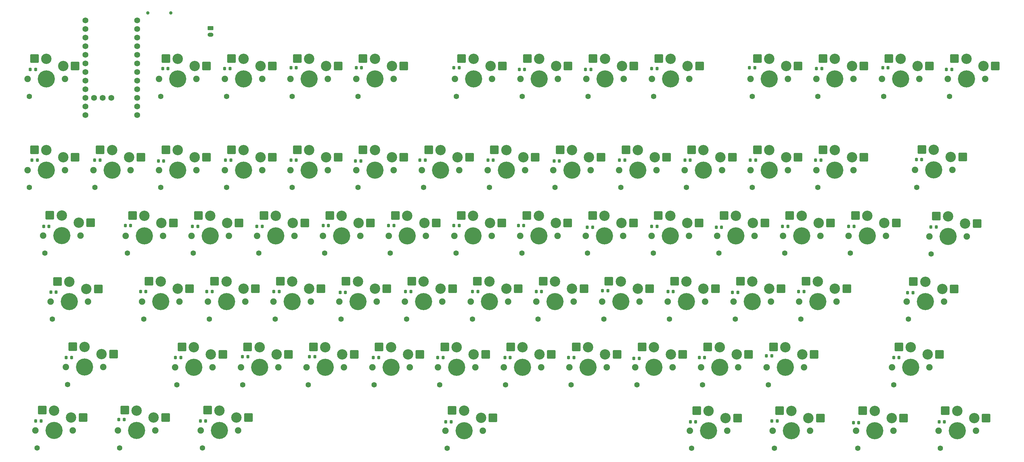
<source format=gbr>
%TF.GenerationSoftware,KiCad,Pcbnew,8.0.8*%
%TF.CreationDate,2025-01-25T15:20:35-08:00*%
%TF.ProjectId,CustomKeyboard,43757374-6f6d-44b6-9579-626f6172642e,rev?*%
%TF.SameCoordinates,Original*%
%TF.FileFunction,Soldermask,Bot*%
%TF.FilePolarity,Negative*%
%FSLAX46Y46*%
G04 Gerber Fmt 4.6, Leading zero omitted, Abs format (unit mm)*
G04 Created by KiCad (PCBNEW 8.0.8) date 2025-01-25 15:20:35*
%MOMM*%
%LPD*%
G01*
G04 APERTURE LIST*
G04 Aperture macros list*
%AMRoundRect*
0 Rectangle with rounded corners*
0 $1 Rounding radius*
0 $2 $3 $4 $5 $6 $7 $8 $9 X,Y pos of 4 corners*
0 Add a 4 corners polygon primitive as box body*
4,1,4,$2,$3,$4,$5,$6,$7,$8,$9,$2,$3,0*
0 Add four circle primitives for the rounded corners*
1,1,$1+$1,$2,$3*
1,1,$1+$1,$4,$5*
1,1,$1+$1,$6,$7*
1,1,$1+$1,$8,$9*
0 Add four rect primitives between the rounded corners*
20,1,$1+$1,$2,$3,$4,$5,0*
20,1,$1+$1,$4,$5,$6,$7,0*
20,1,$1+$1,$6,$7,$8,$9,0*
20,1,$1+$1,$8,$9,$2,$3,0*%
G04 Aperture macros list end*
%ADD10C,3.050000*%
%ADD11RoundRect,0.250000X-1.025000X-1.000000X1.025000X-1.000000X1.025000X1.000000X-1.025000X1.000000X0*%
%ADD12C,5.050000*%
%ADD13C,1.900000*%
%ADD14C,1.600000*%
%ADD15C,1.752600*%
%ADD16C,1.000000*%
%ADD17RoundRect,0.250000X-0.625000X0.350000X-0.625000X-0.350000X0.625000X-0.350000X0.625000X0.350000X0*%
%ADD18O,1.750000X1.200000*%
%ADD19RoundRect,0.218750X0.218750X0.256250X-0.218750X0.256250X-0.218750X-0.256250X0.218750X-0.256250X0*%
G04 APERTURE END LIST*
D10*
%TO.C,SW_]1*%
X283950000Y-86400000D03*
X288950000Y-88500000D03*
D11*
X280450000Y-86300000D03*
X292450000Y-88500000D03*
D12*
X283950000Y-92300000D03*
D13*
X278450000Y-92300000D03*
X289450000Y-92300000D03*
D14*
X278950000Y-97450000D03*
%TD*%
D10*
%TO.C,SW_\u005C1*%
X307750000Y-86600000D03*
X312750000Y-88700000D03*
D11*
X304250000Y-86500000D03*
X316250000Y-88700000D03*
D12*
X307750000Y-92500000D03*
D13*
X302250000Y-92500000D03*
X313250000Y-92500000D03*
D14*
X302750000Y-97650000D03*
%TD*%
D10*
%TO.C,SW_[1*%
X264600000Y-86400000D03*
X269600000Y-88500000D03*
D11*
X261100000Y-86300000D03*
X273100000Y-88500000D03*
D12*
X264600000Y-92300000D03*
D13*
X259100000Y-92300000D03*
X270100000Y-92300000D03*
D14*
X259600000Y-97450000D03*
%TD*%
D10*
%TO.C,SW_Z1*%
X85650000Y-125200000D03*
X90650000Y-127300000D03*
D11*
X82150000Y-125100000D03*
X94150000Y-127300000D03*
D12*
X85650000Y-131100000D03*
D13*
X80150000Y-131100000D03*
X91150000Y-131100000D03*
D14*
X80650000Y-136250000D03*
%TD*%
D10*
%TO.C,SW_Y1*%
X167850000Y-86400000D03*
X172850000Y-88500000D03*
D11*
X164350000Y-86300000D03*
X176350000Y-88500000D03*
D12*
X167850000Y-92300000D03*
D13*
X162350000Y-92300000D03*
X173350000Y-92300000D03*
D14*
X162850000Y-97450000D03*
%TD*%
D10*
%TO.C,SW_X1*%
X105000000Y-125200000D03*
X110000000Y-127300000D03*
D11*
X101500000Y-125100000D03*
X113500000Y-127300000D03*
D12*
X105000000Y-131100000D03*
D13*
X99500000Y-131100000D03*
X110500000Y-131100000D03*
D14*
X100000000Y-136250000D03*
%TD*%
D10*
%TO.C,SW_W1*%
X90450000Y-86400000D03*
X95450000Y-88500000D03*
D11*
X86950000Y-86300000D03*
X98950000Y-88500000D03*
D12*
X90450000Y-92300000D03*
D13*
X84950000Y-92300000D03*
X95950000Y-92300000D03*
D14*
X85450000Y-97450000D03*
%TD*%
D10*
%TO.C,SW_V1*%
X143700000Y-125200000D03*
X148700000Y-127300000D03*
D11*
X140200000Y-125100000D03*
X152200000Y-127300000D03*
D12*
X143700000Y-131100000D03*
D13*
X138200000Y-131100000D03*
X149200000Y-131100000D03*
D14*
X138700000Y-136250000D03*
%TD*%
D10*
%TO.C,SW_U1*%
X187200000Y-86400000D03*
X192200000Y-88500000D03*
D11*
X183700000Y-86300000D03*
X195700000Y-88500000D03*
D12*
X187200000Y-92300000D03*
D13*
X181700000Y-92300000D03*
X192700000Y-92300000D03*
D14*
X182200000Y-97450000D03*
%TD*%
D10*
%TO.C,SW_TILDE1*%
X42200000Y-67000000D03*
X47200000Y-69100000D03*
D11*
X38700000Y-66900000D03*
X50700000Y-69100000D03*
D12*
X42200000Y-72900000D03*
D13*
X36700000Y-72900000D03*
X47700000Y-72900000D03*
D14*
X37200000Y-78050000D03*
%TD*%
D10*
%TO.C,SW_TAB1*%
X46750000Y-86350000D03*
X51750000Y-88450000D03*
D11*
X43250000Y-86250000D03*
X55250000Y-88450000D03*
D12*
X46750000Y-92250000D03*
D13*
X41250000Y-92250000D03*
X52250000Y-92250000D03*
D14*
X41750000Y-97400000D03*
%TD*%
D10*
%TO.C,SW_T1*%
X148500000Y-86400000D03*
X153500000Y-88500000D03*
D11*
X145000000Y-86300000D03*
X157000000Y-88500000D03*
D12*
X148500000Y-92300000D03*
D13*
X143000000Y-92300000D03*
X154000000Y-92300000D03*
D14*
X143500000Y-97450000D03*
%TD*%
D10*
%TO.C,SW_SPACE1*%
X165200000Y-143892500D03*
X170200000Y-145992500D03*
D11*
X161700000Y-143792500D03*
X173700000Y-145992500D03*
D12*
X165200000Y-149792500D03*
D13*
X159700000Y-149792500D03*
X170700000Y-149792500D03*
D14*
X160200000Y-154942500D03*
%TD*%
D10*
%TO.C,SW_S1*%
X95250000Y-105800000D03*
X100250000Y-107900000D03*
D11*
X91750000Y-105700000D03*
X103750000Y-107900000D03*
D12*
X95250000Y-111700000D03*
D13*
X89750000Y-111700000D03*
X100750000Y-111700000D03*
D14*
X90250000Y-116850000D03*
%TD*%
D10*
%TO.C,SW_RWIN1*%
X261600000Y-143950000D03*
X266600000Y-146050000D03*
D11*
X258100000Y-143850000D03*
X270100000Y-146050000D03*
D12*
X261600000Y-149850000D03*
D13*
X256100000Y-149850000D03*
X267100000Y-149850000D03*
D14*
X256600000Y-155000000D03*
%TD*%
D10*
%TO.C,SW_RSHIFT1*%
X296702500Y-125180000D03*
X301702500Y-127280000D03*
D11*
X293202500Y-125080000D03*
X305202500Y-127280000D03*
D12*
X296702500Y-131080000D03*
D13*
X291202500Y-131080000D03*
X302202500Y-131080000D03*
D14*
X291702500Y-136230000D03*
%TD*%
D10*
%TO.C,SW_RCTRL1*%
X310400000Y-143950000D03*
X315400000Y-146050000D03*
D11*
X306900000Y-143850000D03*
X318900000Y-146050000D03*
D12*
X310400000Y-149850000D03*
D13*
X304900000Y-149850000D03*
X315900000Y-149850000D03*
D14*
X305400000Y-155000000D03*
%TD*%
D10*
%TO.C,SW_RC1*%
X286100000Y-143950000D03*
X291100000Y-146050000D03*
D11*
X282600000Y-143850000D03*
X294600000Y-146050000D03*
D12*
X286100000Y-149850000D03*
D13*
X280600000Y-149850000D03*
X291600000Y-149850000D03*
D14*
X281100000Y-155000000D03*
%TD*%
D10*
%TO.C,SW_RALT1*%
X237200000Y-143950000D03*
X242200000Y-146050000D03*
D11*
X233700000Y-143850000D03*
X245700000Y-146050000D03*
D12*
X237200000Y-149850000D03*
D13*
X231700000Y-149850000D03*
X242700000Y-149850000D03*
D14*
X232200000Y-155000000D03*
%TD*%
D10*
%TO.C,SW_R1*%
X129150000Y-86400000D03*
X134150000Y-88500000D03*
D11*
X125650000Y-86300000D03*
X137650000Y-88500000D03*
D12*
X129150000Y-92300000D03*
D13*
X123650000Y-92300000D03*
X134650000Y-92300000D03*
D14*
X124150000Y-97450000D03*
%TD*%
D10*
%TO.C,SW_Q1*%
X71100000Y-86400000D03*
X76100000Y-88500000D03*
D11*
X67600000Y-86300000D03*
X79600000Y-88500000D03*
D12*
X71100000Y-92300000D03*
D13*
X65600000Y-92300000D03*
X76600000Y-92300000D03*
D14*
X66100000Y-97450000D03*
%TD*%
D10*
%TO.C,SW_P1*%
X245250000Y-86400000D03*
X250250000Y-88500000D03*
D11*
X241750000Y-86300000D03*
X253750000Y-88500000D03*
D12*
X245250000Y-92300000D03*
D13*
X239750000Y-92300000D03*
X250750000Y-92300000D03*
D14*
X240250000Y-97450000D03*
%TD*%
D10*
%TO.C,SW_O1*%
X225900000Y-86400000D03*
X230900000Y-88500000D03*
D11*
X222400000Y-86300000D03*
X234400000Y-88500000D03*
D12*
X225900000Y-92300000D03*
D13*
X220400000Y-92300000D03*
X231400000Y-92300000D03*
D14*
X220900000Y-97450000D03*
%TD*%
D10*
%TO.C,SW_N1*%
X182400000Y-125200000D03*
X187400000Y-127300000D03*
D11*
X178900000Y-125100000D03*
X190900000Y-127300000D03*
D12*
X182400000Y-131100000D03*
D13*
X176900000Y-131100000D03*
X187900000Y-131100000D03*
D14*
X177400000Y-136250000D03*
%TD*%
D10*
%TO.C,SW_M1*%
X201750000Y-125200000D03*
X206750000Y-127300000D03*
D11*
X198250000Y-125100000D03*
X210250000Y-127300000D03*
D12*
X201750000Y-131100000D03*
D13*
X196250000Y-131100000D03*
X207250000Y-131100000D03*
D14*
X196750000Y-136250000D03*
%TD*%
D10*
%TO.C,SW_LWIN1*%
X68800000Y-143850000D03*
X73800000Y-145950000D03*
D11*
X65300000Y-143750000D03*
X77300000Y-145950000D03*
D12*
X68800000Y-149750000D03*
D13*
X63300000Y-149750000D03*
X74300000Y-149750000D03*
D14*
X63800000Y-154900000D03*
%TD*%
D10*
%TO.C,SW_LSHIFT1*%
X53500000Y-125100000D03*
X58500000Y-127200000D03*
D11*
X50000000Y-125000000D03*
X62000000Y-127200000D03*
D12*
X53500000Y-131000000D03*
D13*
X48000000Y-131000000D03*
X59000000Y-131000000D03*
D14*
X48500000Y-136150000D03*
%TD*%
D10*
%TO.C,SW_LCTRL1*%
X44500000Y-143850000D03*
X49500000Y-145950000D03*
D11*
X41000000Y-143750000D03*
X53000000Y-145950000D03*
D12*
X44500000Y-149750000D03*
D13*
X39000000Y-149750000D03*
X50000000Y-149750000D03*
D14*
X39500000Y-154900000D03*
%TD*%
D10*
%TO.C,SW_LALT1*%
X93200000Y-143850000D03*
X98200000Y-145950000D03*
D11*
X89700000Y-143750000D03*
X101700000Y-145950000D03*
D12*
X93200000Y-149750000D03*
D13*
X87700000Y-149750000D03*
X98700000Y-149750000D03*
D14*
X88200000Y-154900000D03*
%TD*%
D10*
%TO.C,SW_L1*%
X230700000Y-105800000D03*
X235700000Y-107900000D03*
D11*
X227200000Y-105700000D03*
X239200000Y-107900000D03*
D12*
X230700000Y-111700000D03*
D13*
X225200000Y-111700000D03*
X236200000Y-111700000D03*
D14*
X225700000Y-116850000D03*
%TD*%
D10*
%TO.C,SW_K1*%
X211350000Y-105800000D03*
X216350000Y-107900000D03*
D11*
X207850000Y-105700000D03*
X219850000Y-107900000D03*
D12*
X211350000Y-111700000D03*
D13*
X205850000Y-111700000D03*
X216850000Y-111700000D03*
D14*
X206350000Y-116850000D03*
%TD*%
D10*
%TO.C,SW_J1*%
X192000000Y-105800000D03*
X197000000Y-107900000D03*
D11*
X188500000Y-105700000D03*
X200500000Y-107900000D03*
D12*
X192000000Y-111700000D03*
D13*
X186500000Y-111700000D03*
X197500000Y-111700000D03*
D14*
X187000000Y-116850000D03*
%TD*%
D10*
%TO.C,SW_I1*%
X206550000Y-86400000D03*
X211550000Y-88500000D03*
D11*
X203050000Y-86300000D03*
X215050000Y-88500000D03*
D12*
X206550000Y-92300000D03*
D13*
X201050000Y-92300000D03*
X212050000Y-92300000D03*
D14*
X201550000Y-97450000D03*
%TD*%
D10*
%TO.C,SW_H1*%
X172650000Y-105800000D03*
X177650000Y-107900000D03*
D11*
X169150000Y-105700000D03*
X181150000Y-107900000D03*
D12*
X172650000Y-111700000D03*
D13*
X167150000Y-111700000D03*
X178150000Y-111700000D03*
D14*
X167650000Y-116850000D03*
%TD*%
D10*
%TO.C,SW_G1*%
X153300000Y-105800000D03*
X158300000Y-107900000D03*
D11*
X149800000Y-105700000D03*
X161800000Y-107900000D03*
D12*
X153300000Y-111700000D03*
D13*
X147800000Y-111700000D03*
X158800000Y-111700000D03*
D14*
X148300000Y-116850000D03*
%TD*%
D10*
%TO.C,SW_FKEY1*%
X133950000Y-105800000D03*
X138950000Y-107900000D03*
D11*
X130450000Y-105700000D03*
X142450000Y-107900000D03*
D12*
X133950000Y-111700000D03*
D13*
X128450000Y-111700000D03*
X139450000Y-111700000D03*
D14*
X128950000Y-116850000D03*
%TD*%
D10*
%TO.C,SW_F12*%
X313100000Y-40100000D03*
X318100000Y-42200000D03*
D11*
X309600000Y-40000000D03*
X321600000Y-42200000D03*
D12*
X313100000Y-46000000D03*
D13*
X307600000Y-46000000D03*
X318600000Y-46000000D03*
D14*
X308100000Y-51150000D03*
%TD*%
D10*
%TO.C,SW_F11*%
X293750000Y-40100000D03*
X298750000Y-42200000D03*
D11*
X290250000Y-40000000D03*
X302250000Y-42200000D03*
D12*
X293750000Y-46000000D03*
D13*
X288250000Y-46000000D03*
X299250000Y-46000000D03*
D14*
X288750000Y-51150000D03*
%TD*%
D10*
%TO.C,SW_F10*%
X274400000Y-40100000D03*
X279400000Y-42200000D03*
D11*
X270900000Y-40000000D03*
X282900000Y-42200000D03*
D12*
X274400000Y-46000000D03*
D13*
X268900000Y-46000000D03*
X279900000Y-46000000D03*
D14*
X269400000Y-51150000D03*
%TD*%
D10*
%TO.C,SW_F9*%
X255050000Y-40100000D03*
X260050000Y-42200000D03*
D11*
X251550000Y-40000000D03*
X263550000Y-42200000D03*
D12*
X255050000Y-46000000D03*
D13*
X249550000Y-46000000D03*
X260550000Y-46000000D03*
D14*
X250050000Y-51150000D03*
%TD*%
D10*
%TO.C,SW_F8*%
X226025000Y-40100000D03*
X231025000Y-42200000D03*
D11*
X222525000Y-40000000D03*
X234525000Y-42200000D03*
D12*
X226025000Y-46000000D03*
D13*
X220525000Y-46000000D03*
X231525000Y-46000000D03*
D14*
X221025000Y-51150000D03*
%TD*%
D10*
%TO.C,SW_F7*%
X206675000Y-40100000D03*
X211675000Y-42200000D03*
D11*
X203175000Y-40000000D03*
X215175000Y-42200000D03*
D12*
X206675000Y-46000000D03*
D13*
X201175000Y-46000000D03*
X212175000Y-46000000D03*
D14*
X201675000Y-51150000D03*
%TD*%
D10*
%TO.C,SW_F6*%
X187325000Y-40100000D03*
X192325000Y-42200000D03*
D11*
X183825000Y-40000000D03*
X195825000Y-42200000D03*
D12*
X187325000Y-46000000D03*
D13*
X181825000Y-46000000D03*
X192825000Y-46000000D03*
D14*
X182325000Y-51150000D03*
%TD*%
D10*
%TO.C,SW_F5*%
X167975000Y-40100000D03*
X172975000Y-42200000D03*
D11*
X164475000Y-40000000D03*
X176475000Y-42200000D03*
D12*
X167975000Y-46000000D03*
D13*
X162475000Y-46000000D03*
X173475000Y-46000000D03*
D14*
X162975000Y-51150000D03*
%TD*%
D10*
%TO.C,SW_F4*%
X138950000Y-40100000D03*
X143950000Y-42200000D03*
D11*
X135450000Y-40000000D03*
X147450000Y-42200000D03*
D12*
X138950000Y-46000000D03*
D13*
X133450000Y-46000000D03*
X144450000Y-46000000D03*
D14*
X133950000Y-51150000D03*
%TD*%
D10*
%TO.C,SW_F3*%
X119600000Y-40100000D03*
X124600000Y-42200000D03*
D11*
X116100000Y-40000000D03*
X128100000Y-42200000D03*
D12*
X119600000Y-46000000D03*
D13*
X114100000Y-46000000D03*
X125100000Y-46000000D03*
D14*
X114600000Y-51150000D03*
%TD*%
D10*
%TO.C,SW_F2*%
X100250000Y-40100000D03*
X105250000Y-42200000D03*
D11*
X96750000Y-40000000D03*
X108750000Y-42200000D03*
D12*
X100250000Y-46000000D03*
D13*
X94750000Y-46000000D03*
X105750000Y-46000000D03*
D14*
X95250000Y-51150000D03*
%TD*%
D10*
%TO.C,SW_F1*%
X80900000Y-40100000D03*
X85900000Y-42200000D03*
D11*
X77400000Y-40000000D03*
X89400000Y-42200000D03*
D12*
X80900000Y-46000000D03*
D13*
X75400000Y-46000000D03*
X86400000Y-46000000D03*
D14*
X75900000Y-51150000D03*
%TD*%
%TO.C,SW_ESC1*%
X37200000Y-51150000D03*
D13*
X47700000Y-46000000D03*
X36700000Y-46000000D03*
D12*
X42200000Y-46000000D03*
D11*
X50700000Y-42200000D03*
X38700000Y-40000000D03*
D10*
X47200000Y-42200000D03*
X42200000Y-40100000D03*
%TD*%
%TO.C,SW_ENTER1*%
X301000000Y-105850000D03*
X306000000Y-107950000D03*
D11*
X297500000Y-105750000D03*
X309500000Y-107950000D03*
D12*
X301000000Y-111750000D03*
D13*
X295500000Y-111750000D03*
X306500000Y-111750000D03*
D14*
X296000000Y-116900000D03*
%TD*%
D10*
%TO.C,SW_E1*%
X109800000Y-86400000D03*
X114800000Y-88500000D03*
D11*
X106300000Y-86300000D03*
X118300000Y-88500000D03*
D12*
X109800000Y-92300000D03*
D13*
X104300000Y-92300000D03*
X115300000Y-92300000D03*
D14*
X104800000Y-97450000D03*
%TD*%
D10*
%TO.C,SW_D1*%
X114600000Y-105800000D03*
X119600000Y-107900000D03*
D11*
X111100000Y-105700000D03*
X123100000Y-107900000D03*
D12*
X114600000Y-111700000D03*
D13*
X109100000Y-111700000D03*
X120100000Y-111700000D03*
D14*
X109600000Y-116850000D03*
%TD*%
D10*
%TO.C,SW_CAPS1*%
X49000000Y-105850000D03*
X54000000Y-107950000D03*
D11*
X45500000Y-105750000D03*
X57500000Y-107950000D03*
D12*
X49000000Y-111750000D03*
D13*
X43500000Y-111750000D03*
X54500000Y-111750000D03*
D14*
X44000000Y-116900000D03*
%TD*%
D10*
%TO.C,SW_C1*%
X124350000Y-125200000D03*
X129350000Y-127300000D03*
D11*
X120850000Y-125100000D03*
X132850000Y-127300000D03*
D12*
X124350000Y-131100000D03*
D13*
X118850000Y-131100000D03*
X129850000Y-131100000D03*
D14*
X119350000Y-136250000D03*
%TD*%
D10*
%TO.C,SW_BACK1*%
X303500000Y-66951000D03*
X308500000Y-69051000D03*
D11*
X300000000Y-66851000D03*
X312000000Y-69051000D03*
D12*
X303500000Y-72851000D03*
D13*
X298000000Y-72851000D03*
X309000000Y-72851000D03*
D14*
X298500000Y-78001000D03*
%TD*%
D10*
%TO.C,SW_B1*%
X163050000Y-125200000D03*
X168050000Y-127300000D03*
D11*
X159550000Y-125100000D03*
X171550000Y-127300000D03*
D12*
X163050000Y-131100000D03*
D13*
X157550000Y-131100000D03*
X168550000Y-131100000D03*
D14*
X158050000Y-136250000D03*
%TD*%
D10*
%TO.C,SW_A1*%
X75900000Y-105800000D03*
X80900000Y-107900000D03*
D11*
X72400000Y-105700000D03*
X84400000Y-107900000D03*
D12*
X75900000Y-111700000D03*
D13*
X70400000Y-111700000D03*
X81400000Y-111700000D03*
D14*
X70900000Y-116850000D03*
%TD*%
D10*
%TO.C,SW_=1*%
X274400000Y-67000000D03*
X279400000Y-69100000D03*
D11*
X270900000Y-66900000D03*
X282900000Y-69100000D03*
D12*
X274400000Y-72900000D03*
D13*
X268900000Y-72900000D03*
X279900000Y-72900000D03*
D14*
X269400000Y-78050000D03*
%TD*%
D10*
%TO.C,SW_;1*%
X250050000Y-105800000D03*
X255050000Y-107900000D03*
D11*
X246550000Y-105700000D03*
X258550000Y-107900000D03*
D12*
X250050000Y-111700000D03*
D13*
X244550000Y-111700000D03*
X255550000Y-111700000D03*
D14*
X245050000Y-116850000D03*
%TD*%
D10*
%TO.C,SW_9*%
X216350000Y-67000000D03*
X221350000Y-69100000D03*
D11*
X212850000Y-66900000D03*
X224850000Y-69100000D03*
D12*
X216350000Y-72900000D03*
D13*
X210850000Y-72900000D03*
X221850000Y-72900000D03*
D14*
X211350000Y-78050000D03*
%TD*%
D10*
%TO.C,SW_8*%
X197000000Y-67000000D03*
X202000000Y-69100000D03*
D11*
X193500000Y-66900000D03*
X205500000Y-69100000D03*
D12*
X197000000Y-72900000D03*
D13*
X191500000Y-72900000D03*
X202500000Y-72900000D03*
D14*
X192000000Y-78050000D03*
%TD*%
D10*
%TO.C,SW_7*%
X177650000Y-67000000D03*
X182650000Y-69100000D03*
D11*
X174150000Y-66900000D03*
X186150000Y-69100000D03*
D12*
X177650000Y-72900000D03*
D13*
X172150000Y-72900000D03*
X183150000Y-72900000D03*
D14*
X172650000Y-78050000D03*
%TD*%
D10*
%TO.C,SW_6*%
X158300000Y-67000000D03*
X163300000Y-69100000D03*
D11*
X154800000Y-66900000D03*
X166800000Y-69100000D03*
D12*
X158300000Y-72900000D03*
D13*
X152800000Y-72900000D03*
X163800000Y-72900000D03*
D14*
X153300000Y-78050000D03*
%TD*%
D10*
%TO.C,SW_5*%
X138950000Y-67000000D03*
X143950000Y-69100000D03*
D11*
X135450000Y-66900000D03*
X147450000Y-69100000D03*
D12*
X138950000Y-72900000D03*
D13*
X133450000Y-72900000D03*
X144450000Y-72900000D03*
D14*
X133950000Y-78050000D03*
%TD*%
D10*
%TO.C,SW_4*%
X119600000Y-67000000D03*
X124600000Y-69100000D03*
D11*
X116100000Y-66900000D03*
X128100000Y-69100000D03*
D12*
X119600000Y-72900000D03*
D13*
X114100000Y-72900000D03*
X125100000Y-72900000D03*
D14*
X114600000Y-78050000D03*
%TD*%
D10*
%TO.C,SW_3*%
X100250000Y-67000000D03*
X105250000Y-69100000D03*
D11*
X96750000Y-66900000D03*
X108750000Y-69100000D03*
D12*
X100250000Y-72900000D03*
D13*
X94750000Y-72900000D03*
X105750000Y-72900000D03*
D14*
X95250000Y-78050000D03*
%TD*%
D10*
%TO.C,SW_2*%
X80900000Y-67000000D03*
X85900000Y-69100000D03*
D11*
X77400000Y-66900000D03*
X89400000Y-69100000D03*
D12*
X80900000Y-72900000D03*
D13*
X75400000Y-72900000D03*
X86400000Y-72900000D03*
D14*
X75900000Y-78050000D03*
%TD*%
D10*
%TO.C,SW_1*%
X61550000Y-67000000D03*
X66550000Y-69100000D03*
D11*
X58050000Y-66900000D03*
X70050000Y-69100000D03*
D12*
X61550000Y-72900000D03*
D13*
X56050000Y-72900000D03*
X67050000Y-72900000D03*
D14*
X56550000Y-78050000D03*
%TD*%
D10*
%TO.C,SW_0*%
X235700000Y-67000000D03*
X240700000Y-69100000D03*
D11*
X232200000Y-66900000D03*
X244200000Y-69100000D03*
D12*
X235700000Y-72900000D03*
D13*
X230200000Y-72900000D03*
X241200000Y-72900000D03*
D14*
X230700000Y-78050000D03*
%TD*%
D10*
%TO.C,SW_/1*%
X259800000Y-125200000D03*
X264800000Y-127300000D03*
D11*
X256300000Y-125100000D03*
X268300000Y-127300000D03*
D12*
X259800000Y-131100000D03*
D13*
X254300000Y-131100000D03*
X265300000Y-131100000D03*
D14*
X254800000Y-136250000D03*
%TD*%
D10*
%TO.C,SW_.1*%
X240450000Y-125200000D03*
X245450000Y-127300000D03*
D11*
X236950000Y-125100000D03*
X248950000Y-127300000D03*
D12*
X240450000Y-131100000D03*
D13*
X234950000Y-131100000D03*
X245950000Y-131100000D03*
D14*
X235450000Y-136250000D03*
%TD*%
D10*
%TO.C,SW_-1*%
X255050000Y-67000000D03*
X260050000Y-69100000D03*
D11*
X251550000Y-66900000D03*
X263550000Y-69100000D03*
D12*
X255050000Y-72900000D03*
D13*
X249550000Y-72900000D03*
X260550000Y-72900000D03*
D14*
X250050000Y-78050000D03*
%TD*%
D10*
%TO.C,SW_\u002C1*%
X221100000Y-125200000D03*
X226100000Y-127300000D03*
D11*
X217600000Y-125100000D03*
X229600000Y-127300000D03*
D12*
X221100000Y-131100000D03*
D13*
X215600000Y-131100000D03*
X226600000Y-131100000D03*
D14*
X216100000Y-136250000D03*
%TD*%
D10*
%TO.C,SW_'1*%
X269400000Y-105800000D03*
X274400000Y-107900000D03*
D11*
X265900000Y-105700000D03*
X277900000Y-107900000D03*
D12*
X269400000Y-111700000D03*
D13*
X263900000Y-111700000D03*
X274900000Y-111700000D03*
D14*
X264400000Y-116850000D03*
%TD*%
D15*
%TO.C,U2*%
X53750000Y-28750000D03*
X53750000Y-31290000D03*
X53750000Y-33830000D03*
X53750000Y-36370000D03*
X53750000Y-38910000D03*
X53750000Y-41450000D03*
X53750000Y-43990000D03*
X53750000Y-46530000D03*
X53750000Y-49070000D03*
X53750000Y-51610000D03*
X53750000Y-54150000D03*
X53750000Y-56690000D03*
X68990000Y-56690000D03*
X68990000Y-54150000D03*
X68990000Y-51610000D03*
X68990000Y-49070000D03*
X68990000Y-46530000D03*
X68990000Y-43990000D03*
X68990000Y-41450000D03*
X68990000Y-38910000D03*
X68990000Y-36370000D03*
X68990000Y-33830000D03*
X68990000Y-31290000D03*
X68990000Y-28750000D03*
X56290000Y-51610000D03*
X58830000Y-51610000D03*
X61370000Y-51610000D03*
%TD*%
D16*
%TO.C,SW2*%
X78900000Y-26500000D03*
X72100000Y-26500000D03*
%TD*%
D17*
%TO.C,J1*%
X90550000Y-31000000D03*
D18*
X90550000Y-33000000D03*
%TD*%
D19*
%TO.C,D45*%
X115787500Y-42750000D03*
X114212500Y-42750000D03*
%TD*%
%TO.C,D21*%
X161397500Y-147230000D03*
X159822500Y-147230000D03*
%TD*%
%TO.C,D13*%
X236037500Y-128250000D03*
X234462500Y-128250000D03*
%TD*%
%TO.C,D39*%
X251037500Y-70000000D03*
X249462500Y-70000000D03*
%TD*%
%TO.C,D67*%
X280037500Y-89500000D03*
X278462500Y-89500000D03*
%TD*%
%TO.C,D53*%
X290037500Y-42750000D03*
X288462500Y-42750000D03*
%TD*%
%TO.C,D54*%
X308787500Y-43250000D03*
X307212500Y-43250000D03*
%TD*%
%TO.C,D3*%
X81787500Y-128250000D03*
X80212500Y-128250000D03*
%TD*%
%TO.C,D23*%
X257397500Y-146980000D03*
X255822500Y-146980000D03*
%TD*%
%TO.C,D48*%
X183037500Y-43250000D03*
X181462500Y-43250000D03*
%TD*%
%TO.C,D26*%
X306647500Y-147230000D03*
X305072500Y-147230000D03*
%TD*%
%TO.C,D73*%
X130287500Y-109000000D03*
X128712500Y-109000000D03*
%TD*%
%TO.C,D49*%
X202537500Y-43250000D03*
X200962500Y-43250000D03*
%TD*%
%TO.C,D51*%
X250787500Y-42750000D03*
X249212500Y-42750000D03*
%TD*%
%TO.C,D59*%
X125287500Y-89250000D03*
X123712500Y-89250000D03*
%TD*%
%TO.C,D46*%
X135037500Y-42750000D03*
X133462500Y-42750000D03*
%TD*%
%TO.C,D62*%
X182787500Y-89250000D03*
X181212500Y-89250000D03*
%TD*%
%TO.C,D47*%
X163787500Y-42750000D03*
X162212500Y-42750000D03*
%TD*%
%TO.C,D20*%
X115787500Y-70000000D03*
X114212500Y-70000000D03*
%TD*%
%TO.C,D10*%
X76787500Y-70250000D03*
X75212500Y-70250000D03*
%TD*%
%TO.C,D16*%
X293250000Y-128250000D03*
X291675000Y-128250000D03*
%TD*%
%TO.C,D75*%
X169287500Y-108750000D03*
X167712500Y-108750000D03*
%TD*%
%TO.C,D9*%
X178787500Y-128250000D03*
X177212500Y-128250000D03*
%TD*%
%TO.C,D58*%
X105787500Y-89500000D03*
X104212500Y-89500000D03*
%TD*%
%TO.C,D15*%
X255787500Y-127750000D03*
X254212500Y-127750000D03*
%TD*%
%TO.C,D66*%
X260537500Y-89500000D03*
X258962500Y-89500000D03*
%TD*%
%TO.C,D65*%
X241037500Y-89750000D03*
X239462500Y-89750000D03*
%TD*%
%TO.C,D1*%
X39537500Y-70000000D03*
X37962500Y-70000000D03*
%TD*%
%TO.C,D14*%
X96537500Y-70000000D03*
X94962500Y-70000000D03*
%TD*%
%TO.C,D25*%
X134787500Y-70250000D03*
X133212500Y-70250000D03*
%TD*%
%TO.C,D71*%
X91037500Y-108750000D03*
X89462500Y-108750000D03*
%TD*%
%TO.C,D37*%
X212537500Y-70000000D03*
X210962500Y-70000000D03*
%TD*%
%TO.C,D81*%
X297367500Y-109130000D03*
X295792500Y-109130000D03*
%TD*%
%TO.C,D42*%
X39037500Y-43250000D03*
X37462500Y-43250000D03*
%TD*%
%TO.C,D63*%
X203037500Y-89750000D03*
X201462500Y-89750000D03*
%TD*%
%TO.C,D11*%
X197537500Y-128250000D03*
X195962500Y-128250000D03*
%TD*%
%TO.C,D64*%
X220462500Y-89500000D03*
X222037500Y-89500000D03*
%TD*%
%TO.C,D38*%
X231787500Y-70000000D03*
X230212500Y-70000000D03*
%TD*%
%TO.C,D68*%
X304247500Y-89680000D03*
X302672500Y-89680000D03*
%TD*%
%TO.C,D18*%
X65147500Y-146480000D03*
X63572500Y-146480000D03*
%TD*%
%TO.C,D76*%
X186462500Y-108750000D03*
X188037500Y-108750000D03*
%TD*%
%TO.C,D17*%
X40647500Y-146980000D03*
X39072500Y-146980000D03*
%TD*%
%TO.C,D60*%
X144537500Y-89250000D03*
X142962500Y-89250000D03*
%TD*%
%TO.C,D72*%
X110787500Y-108750000D03*
X109212500Y-108750000D03*
%TD*%
%TO.C,D52*%
X270537500Y-43000000D03*
X268962500Y-43000000D03*
%TD*%
%TO.C,D6*%
X121287500Y-128000000D03*
X119712500Y-128000000D03*
%TD*%
%TO.C,D77*%
X207537500Y-108500000D03*
X205962500Y-108500000D03*
%TD*%
%TO.C,D43*%
X78037500Y-43000000D03*
X76462500Y-43000000D03*
%TD*%
%TO.C,D50*%
X222037500Y-43000000D03*
X220462500Y-43000000D03*
%TD*%
%TO.C,D80*%
X265287500Y-108750000D03*
X263712500Y-108750000D03*
%TD*%
%TO.C,D4*%
X101537500Y-128000000D03*
X99962500Y-128000000D03*
%TD*%
%TO.C,D57*%
X86787500Y-89500000D03*
X85212500Y-89500000D03*
%TD*%
%TO.C,D40*%
X270287500Y-70000000D03*
X268712500Y-70000000D03*
%TD*%
%TO.C,D5*%
X58037500Y-70000000D03*
X56462500Y-70000000D03*
%TD*%
%TO.C,D22*%
X233397500Y-147230000D03*
X231822500Y-147230000D03*
%TD*%
%TO.C,D41*%
X299967500Y-69781000D03*
X298392500Y-69781000D03*
%TD*%
%TO.C,D69*%
X45117500Y-108900000D03*
X43542500Y-108900000D03*
%TD*%
%TO.C,D36*%
X193287500Y-70250000D03*
X191712500Y-70250000D03*
%TD*%
%TO.C,D35*%
X173787500Y-70000000D03*
X172212500Y-70000000D03*
%TD*%
%TO.C,D12*%
X216787500Y-128500000D03*
X215212500Y-128500000D03*
%TD*%
%TO.C,D79*%
X245787500Y-109000000D03*
X244212500Y-109000000D03*
%TD*%
%TO.C,D44*%
X96287500Y-43000000D03*
X94712500Y-43000000D03*
%TD*%
%TO.C,D55*%
X41422500Y-89530000D03*
X42997500Y-89530000D03*
%TD*%
%TO.C,D56*%
X67037500Y-89250000D03*
X65462500Y-89250000D03*
%TD*%
%TO.C,D2*%
X49627500Y-128230000D03*
X48052500Y-128230000D03*
%TD*%
%TO.C,D24*%
X281397500Y-147480000D03*
X279822500Y-147480000D03*
%TD*%
%TO.C,D31*%
X153787500Y-70000000D03*
X152212500Y-70000000D03*
%TD*%
%TO.C,D78*%
X226787500Y-108750000D03*
X225212500Y-108750000D03*
%TD*%
%TO.C,D8*%
X159037500Y-128250000D03*
X157462500Y-128250000D03*
%TD*%
%TO.C,D74*%
X149537500Y-108750000D03*
X147962500Y-108750000D03*
%TD*%
%TO.C,D7*%
X140037500Y-128250000D03*
X138462500Y-128250000D03*
%TD*%
%TO.C,D61*%
X163787500Y-89250000D03*
X162212500Y-89250000D03*
%TD*%
%TO.C,D19*%
X89147500Y-146980000D03*
X87572500Y-146980000D03*
%TD*%
%TO.C,D70*%
X69962500Y-108750000D03*
X71537500Y-108750000D03*
%TD*%
M02*

</source>
